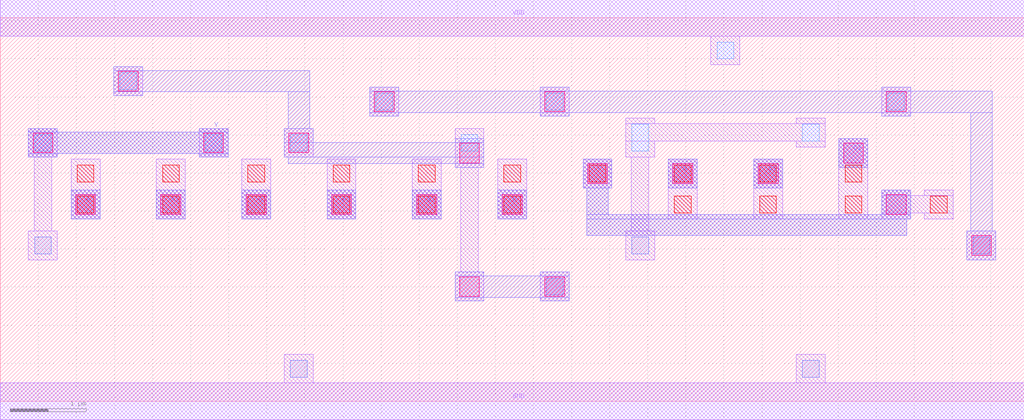
<source format=lef>
MACRO AAAOAI3322
 CLASS CORE ;
 FOREIGN AAAOAI3322 0 0 ;
 SIZE 13.44 BY 5.04 ;
 ORIGIN 0 0 ;
 SYMMETRY X Y R90 ;
 SITE unit ;
  PIN VDD
   DIRECTION INOUT ;
   USE POWER ;
   SHAPE ABUTMENT ;
    PORT
     CLASS CORE ;
       LAYER met1 ;
        RECT 0.00000000 4.80000000 13.44000000 5.28000000 ;
    END
  END VDD

  PIN GND
   DIRECTION INOUT ;
   USE POWER ;
   SHAPE ABUTMENT ;
    PORT
     CLASS CORE ;
       LAYER met1 ;
        RECT 0.00000000 -0.24000000 13.44000000 0.24000000 ;
    END
  END GND

  PIN Y
   DIRECTION INOUT ;
   USE SIGNAL ;
   SHAPE ABUTMENT ;
    PORT
     CLASS CORE ;
       LAYER met2 ;
        RECT 0.37000000 3.20700000 0.75000000 3.25700000 ;
        RECT 2.61000000 3.20700000 2.99000000 3.25700000 ;
        RECT 0.37000000 3.25700000 2.99000000 3.53700000 ;
        RECT 0.37000000 3.53700000 0.75000000 3.58700000 ;
        RECT 2.61000000 3.53700000 2.99000000 3.58700000 ;
    END
  END Y

  PIN B2
   DIRECTION INOUT ;
   USE SIGNAL ;
   SHAPE ABUTMENT ;
    PORT
     CLASS CORE ;
       LAYER met2 ;
        RECT 4.29000000 2.39700000 4.67000000 2.77700000 ;
    END
  END B2

  PIN B1
   DIRECTION INOUT ;
   USE SIGNAL ;
   SHAPE ABUTMENT ;
    PORT
     CLASS CORE ;
       LAYER met2 ;
        RECT 5.41000000 2.39700000 5.79000000 2.77700000 ;
    END
  END B1

  PIN A1
   DIRECTION INOUT ;
   USE SIGNAL ;
   SHAPE ABUTMENT ;
    PORT
     CLASS CORE ;
       LAYER met2 ;
        RECT 2.05000000 2.39700000 2.43000000 2.77700000 ;
    END
  END A1

  PIN A2
   DIRECTION INOUT ;
   USE SIGNAL ;
   SHAPE ABUTMENT ;
    PORT
     CLASS CORE ;
       LAYER met2 ;
        RECT 3.17000000 2.39700000 3.55000000 2.77700000 ;
    END
  END A2

  PIN B
   DIRECTION INOUT ;
   USE SIGNAL ;
   SHAPE ABUTMENT ;
    PORT
     CLASS CORE ;
       LAYER met2 ;
        RECT 6.53000000 2.39700000 6.91000000 2.77700000 ;
    END
  END B

  PIN D1
   DIRECTION INOUT ;
   USE SIGNAL ;
   SHAPE ABUTMENT ;
    PORT
     CLASS CORE ;
       LAYER met2 ;
        RECT 9.89000000 2.80200000 10.27000000 3.18200000 ;
    END
  END D1

  PIN D
   DIRECTION INOUT ;
   USE SIGNAL ;
   SHAPE ABUTMENT ;
    PORT
     CLASS CORE ;
       LAYER met2 ;
        RECT 8.77000000 2.80200000 9.15000000 3.18200000 ;
    END
  END D

  PIN C1
   DIRECTION INOUT ;
   USE SIGNAL ;
   SHAPE ABUTMENT ;
    PORT
     CLASS CORE ;
       LAYER met2 ;
        RECT 11.01000000 3.07200000 11.39000000 3.45200000 ;
    END
  END C1

  PIN C
   DIRECTION INOUT ;
   USE SIGNAL ;
   SHAPE ABUTMENT ;
    PORT
     CLASS CORE ;
       LAYER met2 ;
        RECT 7.70000000 2.17700000 11.90000000 2.39700000 ;
        RECT 7.70000000 2.39700000 11.95000000 2.45700000 ;
        RECT 11.57000000 2.45700000 11.95000000 2.77700000 ;
        RECT 7.70000000 2.45700000 7.98000000 2.80200000 ;
        RECT 7.65000000 2.80200000 8.03000000 3.18200000 ;
    END
  END C

  PIN A
   DIRECTION INOUT ;
   USE SIGNAL ;
   SHAPE ABUTMENT ;
    PORT
     CLASS CORE ;
       LAYER met2 ;
        RECT 0.93000000 2.39700000 1.31000000 2.77700000 ;
    END
  END A

 OBS
    LAYER polycont ;
     RECT 1.01000000 2.47700000 1.23000000 2.69700000 ;
     RECT 2.13000000 2.47700000 2.35000000 2.69700000 ;
     RECT 3.25000000 2.47700000 3.47000000 2.69700000 ;
     RECT 4.37000000 2.47700000 4.59000000 2.69700000 ;
     RECT 5.49000000 2.47700000 5.71000000 2.69700000 ;
     RECT 6.61000000 2.47700000 6.83000000 2.69700000 ;
     RECT 8.85000000 2.47700000 9.07000000 2.69700000 ;
     RECT 9.97000000 2.47700000 10.19000000 2.69700000 ;
     RECT 11.09000000 2.47700000 11.31000000 2.69700000 ;
     RECT 12.21000000 2.47700000 12.43000000 2.69700000 ;
     RECT 1.01000000 2.88200000 1.23000000 3.10200000 ;
     RECT 2.13000000 2.88200000 2.35000000 3.10200000 ;
     RECT 3.25000000 2.88200000 3.47000000 3.10200000 ;
     RECT 4.37000000 2.88200000 4.59000000 3.10200000 ;
     RECT 5.49000000 2.88200000 5.71000000 3.10200000 ;
     RECT 6.61000000 2.88200000 6.83000000 3.10200000 ;
     RECT 7.73000000 2.88200000 7.95000000 3.10200000 ;
     RECT 8.85000000 2.88200000 9.07000000 3.10200000 ;
     RECT 9.97000000 2.88200000 10.19000000 3.10200000 ;
     RECT 11.09000000 2.88200000 11.31000000 3.10200000 ;

    LAYER pdiffc ;
     RECT 0.45000000 3.28700000 0.67000000 3.50700000 ;
     RECT 2.69000000 3.28700000 2.91000000 3.50700000 ;
     RECT 3.81000000 3.28700000 4.03000000 3.50700000 ;
     RECT 6.05000000 3.28700000 6.27000000 3.50700000 ;
     RECT 8.29000000 3.28700000 8.51000000 3.64200000 ;
     RECT 10.53000000 3.42200000 10.75000000 3.64200000 ;
     RECT 4.93000000 3.82700000 5.15000000 4.04700000 ;
     RECT 7.17000000 3.82700000 7.39000000 4.04700000 ;
     RECT 11.65000000 3.82700000 11.87000000 4.04700000 ;
     RECT 1.57000000 4.09700000 1.79000000 4.31700000 ;
     RECT 9.41000000 4.50200000 9.63000000 4.72200000 ;

    LAYER ndiffc ;
     RECT 3.81000000 0.31700000 4.03000000 0.53700000 ;
     RECT 10.53000000 0.31700000 10.75000000 0.53700000 ;
     RECT 7.17000000 1.39700000 7.39000000 1.61700000 ;
     RECT 0.45000000 1.93700000 0.67000000 2.15700000 ;
     RECT 8.29000000 1.93700000 8.51000000 2.15700000 ;
     RECT 12.77000000 1.93700000 12.99000000 2.15700000 ;

    LAYER met1 ;
     RECT 0.00000000 -0.24000000 13.44000000 0.24000000 ;
     RECT 3.73000000 0.24000000 4.11000000 0.61700000 ;
     RECT 10.45000000 0.24000000 10.83000000 0.61700000 ;
     RECT 7.09000000 1.31700000 7.47000000 1.69700000 ;
     RECT 12.69000000 1.85700000 13.07000000 2.23700000 ;
     RECT 11.57000000 2.39700000 11.95000000 2.47200000 ;
     RECT 12.13000000 2.39700000 12.51000000 2.47200000 ;
     RECT 11.57000000 2.47200000 12.51000000 2.70200000 ;
     RECT 11.57000000 2.70200000 11.95000000 2.77700000 ;
     RECT 12.13000000 2.70200000 12.51000000 2.77700000 ;
     RECT 0.93000000 2.39700000 1.31000000 3.18200000 ;
     RECT 2.05000000 2.39700000 2.43000000 3.18200000 ;
     RECT 3.17000000 2.39700000 3.55000000 3.18200000 ;
     RECT 4.29000000 2.39700000 4.67000000 3.18200000 ;
     RECT 5.41000000 2.39700000 5.79000000 3.18200000 ;
     RECT 6.53000000 2.39700000 6.91000000 3.18200000 ;
     RECT 7.65000000 2.80200000 8.03000000 3.18200000 ;
     RECT 8.77000000 2.39700000 9.15000000 3.18200000 ;
     RECT 9.89000000 2.39700000 10.27000000 3.18200000 ;
     RECT 11.01000000 2.39700000 11.39000000 3.45200000 ;
     RECT 0.37000000 1.85700000 0.75000000 2.23700000 ;
     RECT 0.44500000 2.23700000 0.67500000 3.20700000 ;
     RECT 0.37000000 3.20700000 0.75000000 3.58700000 ;
     RECT 2.61000000 3.20700000 2.99000000 3.58700000 ;
     RECT 3.73000000 3.20700000 4.11000000 3.58700000 ;
     RECT 5.97000000 1.31700000 6.35000000 1.69700000 ;
     RECT 6.04500000 1.69700000 6.27500000 3.07200000 ;
     RECT 5.97000000 3.07200000 6.35000000 3.58700000 ;
     RECT 8.21000000 1.85700000 8.59000000 2.23700000 ;
     RECT 8.28500000 2.23700000 8.51500000 3.20700000 ;
     RECT 8.21000000 3.20700000 8.59000000 3.41700000 ;
     RECT 10.45000000 3.34200000 10.83000000 3.41700000 ;
     RECT 8.21000000 3.41700000 10.83000000 3.64700000 ;
     RECT 8.21000000 3.64700000 8.59000000 3.72200000 ;
     RECT 10.45000000 3.64700000 10.83000000 3.72200000 ;
     RECT 4.85000000 3.74700000 5.23000000 4.12700000 ;
     RECT 7.09000000 3.74700000 7.47000000 4.12700000 ;
     RECT 11.57000000 3.74700000 11.95000000 4.12700000 ;
     RECT 1.49000000 4.01700000 1.87000000 4.39700000 ;
     RECT 9.33000000 4.42200000 9.71000000 4.80000000 ;
     RECT 0.00000000 4.80000000 13.44000000 5.28000000 ;

    LAYER via1 ;
     RECT 6.03000000 1.37700000 6.29000000 1.63700000 ;
     RECT 7.15000000 1.37700000 7.41000000 1.63700000 ;
     RECT 12.75000000 1.91700000 13.01000000 2.17700000 ;
     RECT 0.99000000 2.45700000 1.25000000 2.71700000 ;
     RECT 2.11000000 2.45700000 2.37000000 2.71700000 ;
     RECT 3.23000000 2.45700000 3.49000000 2.71700000 ;
     RECT 4.35000000 2.45700000 4.61000000 2.71700000 ;
     RECT 5.47000000 2.45700000 5.73000000 2.71700000 ;
     RECT 6.59000000 2.45700000 6.85000000 2.71700000 ;
     RECT 11.63000000 2.45700000 11.89000000 2.71700000 ;
     RECT 7.71000000 2.86200000 7.97000000 3.12200000 ;
     RECT 8.83000000 2.86200000 9.09000000 3.12200000 ;
     RECT 9.95000000 2.86200000 10.21000000 3.12200000 ;
     RECT 6.03000000 3.13200000 6.29000000 3.39200000 ;
     RECT 11.07000000 3.13200000 11.33000000 3.39200000 ;
     RECT 0.43000000 3.26700000 0.69000000 3.52700000 ;
     RECT 2.67000000 3.26700000 2.93000000 3.52700000 ;
     RECT 3.79000000 3.26700000 4.05000000 3.52700000 ;
     RECT 4.91000000 3.80700000 5.17000000 4.06700000 ;
     RECT 7.15000000 3.80700000 7.41000000 4.06700000 ;
     RECT 11.63000000 3.80700000 11.89000000 4.06700000 ;
     RECT 1.55000000 4.07700000 1.81000000 4.33700000 ;

    LAYER met2 ;
     RECT 5.97000000 1.31700000 6.35000000 1.36700000 ;
     RECT 7.09000000 1.31700000 7.47000000 1.36700000 ;
     RECT 5.97000000 1.36700000 7.47000000 1.64700000 ;
     RECT 5.97000000 1.64700000 6.35000000 1.69700000 ;
     RECT 7.09000000 1.64700000 7.47000000 1.69700000 ;
     RECT 0.93000000 2.39700000 1.31000000 2.77700000 ;
     RECT 2.05000000 2.39700000 2.43000000 2.77700000 ;
     RECT 3.17000000 2.39700000 3.55000000 2.77700000 ;
     RECT 4.29000000 2.39700000 4.67000000 2.77700000 ;
     RECT 5.41000000 2.39700000 5.79000000 2.77700000 ;
     RECT 6.53000000 2.39700000 6.91000000 2.77700000 ;
     RECT 7.70000000 2.17700000 11.90000000 2.39700000 ;
     RECT 7.70000000 2.39700000 11.95000000 2.45700000 ;
     RECT 11.57000000 2.45700000 11.95000000 2.77700000 ;
     RECT 7.70000000 2.45700000 7.98000000 2.80200000 ;
     RECT 7.65000000 2.80200000 8.03000000 3.18200000 ;
     RECT 8.77000000 2.80200000 9.15000000 3.18200000 ;
     RECT 9.89000000 2.80200000 10.27000000 3.18200000 ;
     RECT 11.01000000 3.07200000 11.39000000 3.45200000 ;
     RECT 0.37000000 3.20700000 0.75000000 3.25700000 ;
     RECT 2.61000000 3.20700000 2.99000000 3.25700000 ;
     RECT 0.37000000 3.25700000 2.99000000 3.53700000 ;
     RECT 0.37000000 3.53700000 0.75000000 3.58700000 ;
     RECT 2.61000000 3.53700000 2.99000000 3.58700000 ;
     RECT 12.69000000 1.85700000 13.07000000 2.23700000 ;
     RECT 4.85000000 3.74700000 5.23000000 3.79700000 ;
     RECT 7.09000000 3.74700000 7.47000000 3.79700000 ;
     RECT 11.57000000 3.74700000 11.95000000 3.79700000 ;
     RECT 12.74000000 2.23700000 13.02000000 3.79700000 ;
     RECT 4.85000000 3.79700000 13.02000000 4.07700000 ;
     RECT 4.85000000 4.07700000 5.23000000 4.12700000 ;
     RECT 7.09000000 4.07700000 7.47000000 4.12700000 ;
     RECT 11.57000000 4.07700000 11.95000000 4.12700000 ;
     RECT 5.97000000 3.07200000 6.35000000 3.12200000 ;
     RECT 3.78000000 3.12200000 6.35000000 3.20700000 ;
     RECT 3.73000000 3.20700000 6.35000000 3.40200000 ;
     RECT 5.97000000 3.40200000 6.35000000 3.45200000 ;
     RECT 3.73000000 3.40200000 4.11000000 3.58700000 ;
     RECT 1.49000000 4.01700000 1.87000000 4.06700000 ;
     RECT 3.78000000 3.58700000 4.06000000 4.06700000 ;
     RECT 1.49000000 4.06700000 4.06000000 4.34700000 ;
     RECT 1.49000000 4.34700000 1.87000000 4.39700000 ;

 END
END AAAOAI3322

</source>
